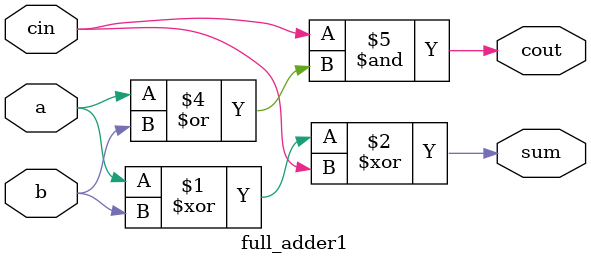
<source format=v>
module full_adder1(a,b,cin,sum,cout);
input a,b,cin;
output sum,cout;
assign sum = a^b^cin;
assign cout = 1'b0&b|cin&(a|b); 
// initial begin
//     $display("The incorrect adder with and0 having in1/0");
// end   
endmodule
</source>
